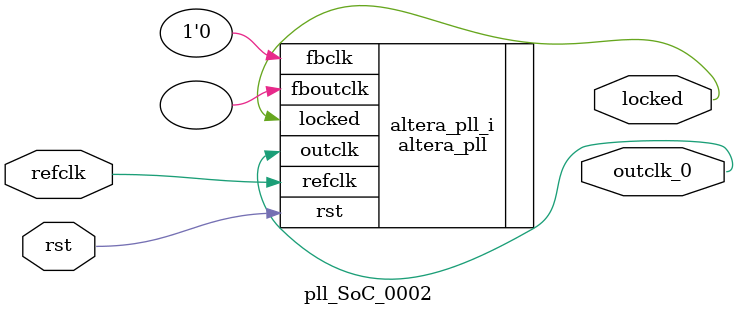
<source format=v>
`timescale 1ns/10ps
module  pll_SoC_0002(

	// interface 'refclk'
	input wire refclk,

	// interface 'reset'
	input wire rst,

	// interface 'outclk0'
	output wire outclk_0,

	// interface 'locked'
	output wire locked
);

	altera_pll #(
		.fractional_vco_multiplier("false"),
		.reference_clock_frequency("50.0 MHz"),
		.operation_mode("direct"),
		.number_of_clocks(1),
		.output_clock_frequency0("100.000000 MHz"),
		.phase_shift0("0 ps"),
		.duty_cycle0(50),
		.output_clock_frequency1("0 MHz"),
		.phase_shift1("0 ps"),
		.duty_cycle1(50),
		.output_clock_frequency2("0 MHz"),
		.phase_shift2("0 ps"),
		.duty_cycle2(50),
		.output_clock_frequency3("0 MHz"),
		.phase_shift3("0 ps"),
		.duty_cycle3(50),
		.output_clock_frequency4("0 MHz"),
		.phase_shift4("0 ps"),
		.duty_cycle4(50),
		.output_clock_frequency5("0 MHz"),
		.phase_shift5("0 ps"),
		.duty_cycle5(50),
		.output_clock_frequency6("0 MHz"),
		.phase_shift6("0 ps"),
		.duty_cycle6(50),
		.output_clock_frequency7("0 MHz"),
		.phase_shift7("0 ps"),
		.duty_cycle7(50),
		.output_clock_frequency8("0 MHz"),
		.phase_shift8("0 ps"),
		.duty_cycle8(50),
		.output_clock_frequency9("0 MHz"),
		.phase_shift9("0 ps"),
		.duty_cycle9(50),
		.output_clock_frequency10("0 MHz"),
		.phase_shift10("0 ps"),
		.duty_cycle10(50),
		.output_clock_frequency11("0 MHz"),
		.phase_shift11("0 ps"),
		.duty_cycle11(50),
		.output_clock_frequency12("0 MHz"),
		.phase_shift12("0 ps"),
		.duty_cycle12(50),
		.output_clock_frequency13("0 MHz"),
		.phase_shift13("0 ps"),
		.duty_cycle13(50),
		.output_clock_frequency14("0 MHz"),
		.phase_shift14("0 ps"),
		.duty_cycle14(50),
		.output_clock_frequency15("0 MHz"),
		.phase_shift15("0 ps"),
		.duty_cycle15(50),
		.output_clock_frequency16("0 MHz"),
		.phase_shift16("0 ps"),
		.duty_cycle16(50),
		.output_clock_frequency17("0 MHz"),
		.phase_shift17("0 ps"),
		.duty_cycle17(50),
		.pll_type("General"),
		.pll_subtype("General")
	) altera_pll_i (
		.rst	(rst),
		.outclk	({outclk_0}),
		.locked	(locked),
		.fboutclk	( ),
		.fbclk	(1'b0),
		.refclk	(refclk)
	);
endmodule


</source>
